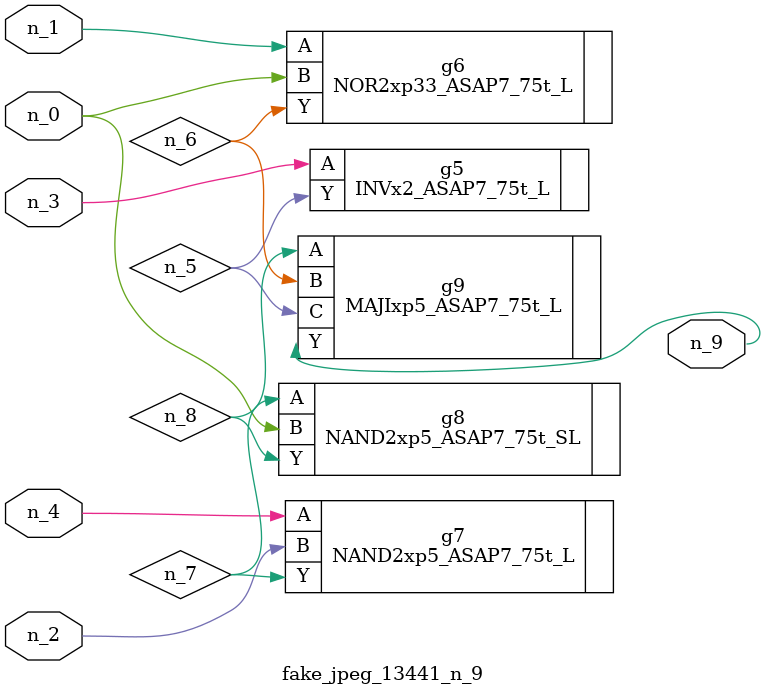
<source format=v>
module fake_jpeg_13441_n_9 (n_3, n_2, n_1, n_0, n_4, n_9);

input n_3;
input n_2;
input n_1;
input n_0;
input n_4;

output n_9;

wire n_8;
wire n_6;
wire n_5;
wire n_7;

INVx2_ASAP7_75t_L g5 ( 
.A(n_3),
.Y(n_5)
);

NOR2xp33_ASAP7_75t_L g6 ( 
.A(n_1),
.B(n_0),
.Y(n_6)
);

NAND2xp5_ASAP7_75t_L g7 ( 
.A(n_4),
.B(n_2),
.Y(n_7)
);

NAND2xp5_ASAP7_75t_SL g8 ( 
.A(n_7),
.B(n_0),
.Y(n_8)
);

MAJIxp5_ASAP7_75t_L g9 ( 
.A(n_8),
.B(n_6),
.C(n_5),
.Y(n_9)
);


endmodule
</source>
